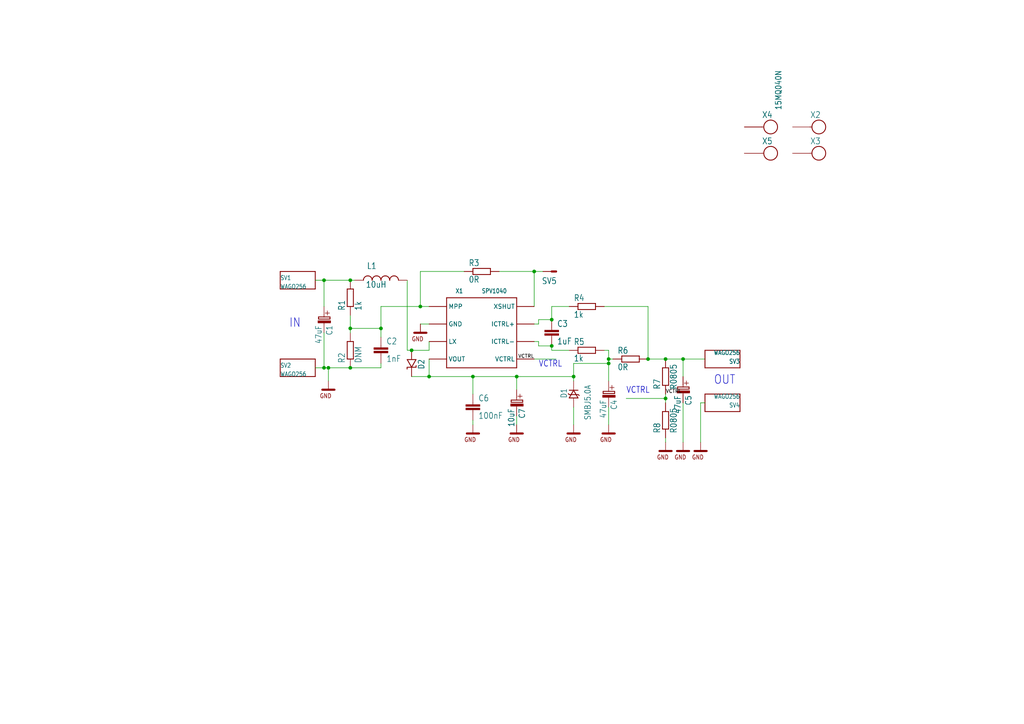
<source format=kicad_sch>
(kicad_sch (version 20211123) (generator eeschema)
  (paper "A4")
  (lib_symbols
    (symbol "untitled-eagle-import:B"
      (property "Reference" "C" (at 1.5875 0.635 0))
      (property "Value" "B" (at 1.5875 -0.635 0))
      (symbol "B_1_0"
        (polyline (pts (xy -2.5473 0.9547) (xy -1.2753 0.9547)) (stroke (width 0.155)))
        (polyline (pts (xy -1.9112 1.5908) (xy -1.9112 0.3188)) (stroke (width 0.155)))
        (polyline (pts (xy -1.27 0) (xy -0.7938 0)) (stroke (width 0.152)))
        (polyline (pts (xy -0.7938 -1.5875) (xy -0.7938 0)) (stroke (width 0.254)))
        (polyline (pts (xy -0.7938 0) (xy -0.7938 1.7463)) (stroke (width 0.254)))
        (polyline (pts (xy -0.7938 1.7463) (xy -0.1588 1.7463)) (stroke (width 0.254)))
        (polyline (pts (xy -0.1588 -1.5875) (xy -0.7938 -1.5875)) (stroke (width 0.254)))
        (polyline (pts (xy -0.1588 1.7463) (xy -0.1588 -1.5875)) (stroke (width 0.254)))
        (polyline (pts (xy 0.7937 0) (xy 1.27 0)) (stroke (width 0.152)))
        (rectangle (start 0.3175 -1.7463) (end 0.9525 1.905) (fill (type outline)))
        (pin passive line (at -3.81 0 0) (length 2.54) (name "C_EL+") (number "+"))
        (pin passive line (at 3.81 0 180) (length 2.54) (name "C_EL-") (number "-"))
      )
    )
    (symbol "untitled-eagle-import:C"
      (property "Reference" "C" (at 1.5875 0.635 0))
      (property "Value" "C" (at 1.5875 -0.635 0))
      (symbol "C_1_0"
        (polyline (pts (xy -2.5473 0.9547) (xy -1.2753 0.9547)) (stroke (width 0.155)))
        (polyline (pts (xy -1.9112 1.5908) (xy -1.9112 0.3188)) (stroke (width 0.155)))
        (polyline (pts (xy -1.27 0) (xy -0.7938 0)) (stroke (width 0.152)))
        (polyline (pts (xy -0.7938 -1.5875) (xy -0.7938 0)) (stroke (width 0.254)))
        (polyline (pts (xy -0.7938 0) (xy -0.7938 1.7463)) (stroke (width 0.254)))
        (polyline (pts (xy -0.7938 1.7463) (xy -0.1588 1.7463)) (stroke (width 0.254)))
        (polyline (pts (xy -0.1588 -1.5875) (xy -0.7938 -1.5875)) (stroke (width 0.254)))
        (polyline (pts (xy -0.1588 1.7463) (xy -0.1588 -1.5875)) (stroke (width 0.254)))
        (polyline (pts (xy 0.7937 0) (xy 1.27 0)) (stroke (width 0.152)))
        (rectangle (start 0.3175 -1.7463) (end 0.9525 1.905) (fill (type outline)))
        (pin passive line (at -3.81 0 0) (length 2.54) (name "C_EL+") (number "+"))
        (pin passive line (at 3.81 0 180) (length 2.54) (name "C_EL-") (number "-"))
      )
    )
    (symbol "untitled-eagle-import:C0805"
      (property "Reference" "C" (at 1.524 2.921 0))
      (property "Value" "C0805" (at 1.524 -2.159 0))
      (symbol "C0805_1_0"
        (rectangle (start -2.032 0.508) (end 2.032 1.016) (fill (type outline)))
        (rectangle (start -2.032 1.524) (end 2.032 2.032) (fill (type outline)))
        (polyline (pts (xy 0 0) (xy 0 0.508)) (stroke (width 0.1524)))
        (polyline (pts (xy 0 2.54) (xy 0 2.032)) (stroke (width 0.1524)))
        (pin passive line (at 0 5.08 270) (length 2.54) (name "1") (number "1"))
        (pin passive line (at 0 -2.54 90) (length 2.54) (name "2") (number "2"))
      )
    )
    (symbol "untitled-eagle-import:D-SHOTKY-SMA"
      (property "Reference" "D" (at 0 1.905 0))
      (property "Value" "D-SHOTKY-SMA" (at -0.0001 -1.905 0))
      (symbol "D-SHOTKY-SMA_1_0"
        (polyline (pts (xy 0.1587 -1.27) (xy 0.1587 1.27)) (stroke (width 0.254)))
        (polyline (pts (xy 0.1587 1.27) (xy 2.3812 0)) (stroke (width 0.254)))
        (polyline (pts (xy 1.9 1.3) (xy 2.4 1.3)) (stroke (width 0.254)))
        (polyline (pts (xy 2.3812 0) (xy 0.1587 -1.27)) (stroke (width 0.254)))
        (polyline (pts (xy 2.3812 0) (xy 2.3812 -1.27)) (stroke (width 0.254)))
        (polyline (pts (xy 2.3812 1.27) (xy 2.3812 0)) (stroke (width 0.254)))
        (polyline (pts (xy 2.4 -1.3) (xy 2.9 -1.3)) (stroke (width 0.254)))
        (pin passive line (at -2.54 0 0) (length 2.54) (name "A") (number "A"))
        (pin passive line (at 5.08 0 180) (length 2.54) (name "K") (number "K"))
      )
    )
    (symbol "untitled-eagle-import:D-TRANSIL"
      (property "Reference" "D" (at -1.27 1.905 0))
      (property "Value" "D-TRANSIL" (at -1.2701 -1.905 0))
      (symbol "D-TRANSIL_1_0"
        (polyline (pts (xy -1.1113 -1.27) (xy -1.1113 1.27)) (stroke (width 0.254)))
        (polyline (pts (xy -1.1113 1.27) (xy 1.1112 0)) (stroke (width 0.254)))
        (polyline (pts (xy -0.1588 1.27) (xy -0.1588 -1.27)) (stroke (width 0.254)))
        (polyline (pts (xy -0.14 -1.3) (xy -0.4096 -1.6454)) (stroke (width 0.254)))
        (polyline (pts (xy 0.1346 1.5362) (xy -0.14 1.3)) (stroke (width 0.254)))
        (polyline (pts (xy 1.1112 0) (xy -1.1113 -1.27)) (stroke (width 0.254)))
        (polyline (pts (xy 1.1112 0) (xy 1.1112 -1.27)) (stroke (width 0.254)))
        (polyline (pts (xy 1.1112 1.27) (xy 1.1112 0)) (stroke (width 0.254)))
        (pin passive line (at -3.81 0 0) (length 2.54) (name "A") (number "A"))
        (pin passive line (at 3.81 0 180) (length 2.54) (name "K") (number "K"))
      )
    )
    (symbol "untitled-eagle-import:DE1205-10"
      (property "Reference" "L" (at -4.1275 3.175 0))
      (property "Value" "DE1205-10" (at -4.445 -2.2225 0))
      (symbol "DE1205-10_1_0"
        (arc (start -3.81 1.27) (mid -4.708 0.898) (end -5.08 0) (stroke (width 0.254)))
        (arc (start -2.54 0) (mid -2.912 0.898) (end -3.81 1.27) (stroke (width 0.254)))
        (arc (start -1.27 1.27) (mid -2.168 0.898) (end -2.54 0) (stroke (width 0.254)))
        (arc (start 0 0) (mid -0.372 0.898) (end -1.27 1.27) (stroke (width 0.254)))
        (arc (start 1.27 1.27) (mid 0.372 0.898) (end 0 0) (stroke (width 0.254)))
        (arc (start 2.54 0) (mid 2.168 0.898) (end 1.27 1.27) (stroke (width 0.254)))
        (arc (start 3.81 1.27) (mid 2.912 0.898) (end 2.54 0) (stroke (width 0.254)))
        (arc (start 5.08 0) (mid 4.708 0.898) (end 3.81 1.27) (stroke (width 0.254)))
        (pin passive line (at -7.62 0 0) (length 2.54) (name "1") (number "P$1"))
        (pin passive line (at 7.62 0 180) (length 2.54) (name "2") (number "P$2"))
      )
    )
    (symbol "untitled-eagle-import:GND" (power)
      (symbol "GND_1_0"
        (polyline (pts (xy -1.7463 -2.5401) (xy 1.7463 -2.5401)) (stroke (width 0.6096)))
        (text "GND" (at -2.54 -5.08 0) (effects (font (size 1.27 1.0795)) (justify left bottom)))
        (pin power_in line (at 0 0 270) (length 2.54) (name "GND") (number "1"))
      )
    )
    (symbol "untitled-eagle-import:MA01-1"
      (property "Reference" "SV" (at -4.064 1.778 0))
      (symbol "MA01-1_1_0"
        (polyline (pts (xy -3.81 0) (xy -2.54 0)) (stroke (width 0.6096)))
        (pin passive line (at 0 0 180) (length 2.54) (name "P$1") (number "1"))
      )
    )
    (symbol "untitled-eagle-import:R0805"
      (property "Reference" "R" (at -3.81 1.4986 0))
      (property "Value" "R0805" (at -3.81 -3.302 0))
      (symbol "R0805_1_0"
        (polyline (pts (xy -2.54 -0.889) (xy -2.54 0.889)) (stroke (width 0.254)))
        (polyline (pts (xy -2.54 -0.889) (xy 2.54 -0.889)) (stroke (width 0.254)))
        (polyline (pts (xy 2.54 -0.889) (xy 2.54 0.889)) (stroke (width 0.254)))
        (polyline (pts (xy 2.54 0.889) (xy -2.54 0.889)) (stroke (width 0.254)))
        (pin passive line (at -5.08 0 0) (length 2.54) (name "1") (number "1"))
        (pin passive line (at 5.08 0 180) (length 2.54) (name "2") (number "2"))
      )
    )
    (symbol "untitled-eagle-import:R1206"
      (property "Reference" "R" (at -3.81 1.4986 0))
      (property "Value" "R1206" (at -3.81 -3.302 0))
      (symbol "R1206_1_0"
        (polyline (pts (xy -2.54 -0.889) (xy -2.54 0.889)) (stroke (width 0.254)))
        (polyline (pts (xy -2.54 -0.889) (xy 2.54 -0.889)) (stroke (width 0.254)))
        (polyline (pts (xy 2.54 -0.889) (xy 2.54 0.889)) (stroke (width 0.254)))
        (polyline (pts (xy 2.54 0.889) (xy -2.54 0.889)) (stroke (width 0.254)))
        (pin passive line (at -5.08 0 0) (length 2.54) (name "1") (number "1"))
        (pin passive line (at 5.08 0 180) (length 2.54) (name "2") (number "2"))
      )
    )
    (symbol "untitled-eagle-import:SPV1040"
      (property "Reference" "X" (at -2.54 10.16 0))
      (property "Value" "SPV1040" (at -2.54 -15.24 0))
      (symbol "SPV1040_1_0"
        (polyline (pts (xy -5.08 -12.7) (xy 15.24 -12.7)) (stroke (width 0.254)))
        (polyline (pts (xy -5.08 7.62) (xy -5.08 -12.7)) (stroke (width 0.254)))
        (polyline (pts (xy 15.24 -12.7) (xy 15.24 7.62)) (stroke (width 0.254)))
        (polyline (pts (xy 15.24 7.62) (xy -5.08 7.62)) (stroke (width 0.254)))
        (pin bidirectional line (at -10.16 5.08 0) (length 5.08) (name "MPP") (number "1"))
        (pin bidirectional line (at -10.16 0 0) (length 5.08) (name "GND") (number "2"))
        (pin bidirectional line (at -10.16 -5.08 0) (length 5.08) (name "LX") (number "3"))
        (pin bidirectional line (at -10.16 -10.16 0) (length 5.08) (name "VOUT") (number "4"))
        (pin bidirectional line (at 20.32 -10.16 180) (length 5.08) (name "VCTRL") (number "5"))
        (pin bidirectional line (at 20.32 -5.08 180) (length 5.08) (name "ICTRL-") (number "6"))
        (pin bidirectional line (at 20.32 0 180) (length 5.08) (name "ICTRL+") (number "7"))
        (pin bidirectional line (at 20.32 5.08 180) (length 5.08) (name "XSHUT") (number "8"))
      )
    )
    (symbol "untitled-eagle-import:SROUB3M"
      (property "Reference" "X" (at -2.54 2.54 0))
      (symbol "SROUB3M_1_0"
        (polyline (pts (xy -2.54 0) (xy -2.032 0)) (stroke (width 0.1778)))
        (circle (center 0 0) (radius 2) (stroke (width 0.254)))
        (pin bidirectional line (at -7.62 0 0) (length 5.08) (name "P$1") (number "P$1"))
      )
    )
    (symbol "untitled-eagle-import:WAGO256"
      (property "Reference" "SV" (at -2.54 0 0))
      (property "Value" "WAGO256" (at -2.54 -2.54 0))
      (symbol "WAGO256_1_0"
        (polyline (pts (xy -2.54 -2.54) (xy 7.62 -2.54)) (stroke (width 0.254)))
        (polyline (pts (xy -2.54 2.54) (xy -2.54 -2.54)) (stroke (width 0.254)))
        (polyline (pts (xy 7.62 -2.54) (xy 7.62 2.54)) (stroke (width 0.254)))
        (polyline (pts (xy 7.62 2.54) (xy -2.54 2.54)) (stroke (width 0.254)))
        (pin passive line (at 7.62 0 0) (length 0) (name "P$1") (number "1"))
        (pin passive line (at 7.62 0 0) (length 0) (name "P$1") (number "A1"))
      )
    )
  )
  (junction (at 101.6 106.68))
  (junction (at 154.94 78.74))
  (junction (at 110.49 95.25))
  (junction (at 193.04 104.14))
  (junction (at 187.96 104.14))
  (junction (at 101.6 95.25))
  (junction (at 124.46 109.22))
  (junction (at 149.86 109.22))
  (junction (at 137.16 109.22))
  (junction (at 166.37 109.22))
  (junction (at 193.04 115.57))
  (junction (at 101.6 81.28))
  (junction (at 176.53 105.41))
  (junction (at 198.12 104.14))
  (junction (at 160.02 100.33))
  (junction (at 160.02 92.71))
  (junction (at 176.53 104.14))
  (junction (at 95.25 106.68))
  (junction (at 93.98 106.68))
  (junction (at 93.98 81.28))
  (junction (at 119.38 101.6))
  (junction (at 121.92 88.9))
  (wire (pts (xy 124.46 109.22) (xy 137.16 109.22)))
  (wire (pts (xy 124.46 88.9) (xy 121.92 88.9)))
  (wire (pts (xy 156.21 100.33) (xy 160.02 100.33)))
  (wire (pts (xy 156.21 99.06) (xy 156.21 100.33)))
  (wire (pts (xy 154.94 99.06) (xy 156.21 99.06)))
  (wire (pts (xy 124.46 93.98) (xy 121.92 93.98)))
  (wire (pts (xy 110.49 88.9) (xy 110.49 95.25)))
  (wire (pts (xy 95.25 106.68) (xy 101.6 106.68)))
  (wire (pts (xy 154.94 78.74) (xy 154.94 88.9)))
  (wire (pts (xy 121.92 88.9) (xy 121.92 78.74)))
  (wire (pts (xy 204.47 116.84) (xy 203.2 116.84)))
  (wire (pts (xy 187.96 104.14) (xy 193.04 104.14)))
  (wire (pts (xy 101.6 81.28) (xy 102.87 81.28)))
  (wire (pts (xy 119.38 109.22) (xy 124.46 109.22)))
  (wire (pts (xy 187.96 88.9) (xy 187.96 104.14)))
  (wire (pts (xy 175.26 101.6) (xy 176.53 101.6)))
  (wire (pts (xy 91.44 81.28) (xy 93.98 81.28)))
  (wire (pts (xy 93.98 88.9) (xy 93.98 81.28)))
  (wire (pts (xy 204.47 104.14) (xy 198.12 104.14)))
  (wire (pts (xy 110.49 97.79) (xy 110.49 95.25)))
  (wire (pts (xy 93.98 96.52) (xy 93.98 106.68)))
  (wire (pts (xy 176.53 104.14) (xy 177.8 104.14)))
  (wire (pts (xy 193.04 104.14) (xy 198.12 104.14)))
  (wire (pts (xy 175.26 88.9) (xy 187.96 88.9)))
  (wire (pts (xy 149.86 109.22) (xy 166.37 109.22)))
  (wire (pts (xy 193.04 114.3) (xy 193.04 115.57)))
  (wire (pts (xy 160.02 101.6) (xy 165.1 101.6)))
  (wire (pts (xy 101.6 106.68) (xy 110.49 106.68)))
  (wire (pts (xy 176.53 123.19) (xy 176.53 118.11)))
  (wire (pts (xy 160.02 100.33) (xy 160.02 101.6)))
  (wire (pts (xy 110.49 95.25) (xy 101.6 95.25)))
  (wire (pts (xy 193.04 115.57) (xy 181.61 115.57)))
  (wire (pts (xy 149.86 113.03) (xy 149.86 109.22)))
  (wire (pts (xy 119.38 101.6) (xy 124.46 101.6)))
  (wire (pts (xy 166.37 110.49) (xy 166.37 109.22)))
  (wire (pts (xy 198.12 104.14) (xy 198.12 109.22)))
  (wire (pts (xy 137.16 114.3) (xy 137.16 109.22)))
  (wire (pts (xy 154.94 104.14) (xy 161.29 104.14)))
  (wire (pts (xy 101.6 95.25) (xy 101.6 91.44)))
  (wire (pts (xy 118.11 101.6) (xy 119.38 101.6)))
  (wire (pts (xy 110.49 106.68) (xy 110.49 105.41)))
  (wire (pts (xy 124.46 101.6) (xy 124.46 99.06)))
  (wire (pts (xy 156.21 92.71) (xy 160.02 92.71)))
  (wire (pts (xy 144.78 78.74) (xy 154.94 78.74)))
  (wire (pts (xy 160.02 88.9) (xy 165.1 88.9)))
  (wire (pts (xy 93.98 106.68) (xy 95.25 106.68)))
  (wire (pts (xy 121.92 78.74) (xy 134.62 78.74)))
  (wire (pts (xy 193.04 115.57) (xy 193.04 116.84)))
  (wire (pts (xy 154.94 93.98) (xy 156.21 93.98)))
  (wire (pts (xy 118.11 101.6) (xy 118.11 81.28)))
  (wire (pts (xy 124.46 104.14) (xy 124.46 109.22)))
  (wire (pts (xy 166.37 105.41) (xy 176.53 105.41)))
  (wire (pts (xy 137.16 109.22) (xy 149.86 109.22)))
  (wire (pts (xy 101.6 96.52) (xy 101.6 95.25)))
  (wire (pts (xy 121.92 88.9) (xy 110.49 88.9)))
  (wire (pts (xy 176.53 110.49) (xy 176.53 105.41)))
  (wire (pts (xy 160.02 92.71) (xy 160.02 88.9)))
  (wire (pts (xy 176.53 105.41) (xy 176.53 104.14)))
  (wire (pts (xy 93.98 81.28) (xy 101.6 81.28)))
  (wire (pts (xy 203.2 116.84) (xy 203.2 128.27)))
  (wire (pts (xy 166.37 109.22) (xy 166.37 105.41)))
  (wire (pts (xy 176.53 104.14) (xy 176.53 101.6)))
  (wire (pts (xy 154.94 78.74) (xy 157.48 78.74)))
  (wire (pts (xy 95.25 110.49) (xy 95.25 106.68)))
  (wire (pts (xy 198.12 128.27) (xy 198.12 116.84)))
  (wire (pts (xy 137.16 123.19) (xy 137.16 121.92)))
  (wire (pts (xy 193.04 128.27) (xy 193.04 127)))
  (wire (pts (xy 91.44 106.68) (xy 93.98 106.68)))
  (wire (pts (xy 166.37 123.19) (xy 166.37 118.11)))
  (wire (pts (xy 156.21 93.98) (xy 156.21 92.71)))
  (wire (pts (xy 149.86 123.19) (xy 149.86 120.65)))
  (text "VCTRL" (at 181.61 114.3 180) (effects (font (size 1.778 1.5113)) (justify left bottom)))
  (text "OUT" (at 207.01 111.76 180) (effects (font (size 2.54 2.159)) (justify left bottom)))
  (text "VCTRL" (at 156.21 106.68 180) (effects (font (size 1.778 1.5113)) (justify left bottom)))
  (text "IN" (at 83.82 95.25 180) (effects (font (size 2.54 2.159)) (justify left bottom)))
  (label "VCTRL" (at 193.04 114.3 0) (effects (font (size 1.016 1.016))))
  (label "VCTRL" (at 154.94 104.14 180) (effects (font (size 1.016 1.016))))
  (symbol (lib_id "untitled-eagle-import:GND") (at 193.04 128.27 0) (unit 1)
    (property "Reference" "#GND5" (effects hide))
    (property "Value" "GND" (effects hide))
    (property "Footprint" "untitled:" (effects hide))
  )
  (symbol (lib_id "untitled-eagle-import:R0805") (at 101.6 86.36 90) (unit 1)
    (property "Reference" "R1" (at 100.1014 90.17 0) (effects (font (size 1.778 1.5113)) (justify left bottom)))
    (property "Value" "1k" (at 104.902 90.17 0) (effects (font (size 1.778 1.5113)) (justify left bottom)))
    (property "Footprint" "untitled:0805" (effects hide))
  )
  (symbol (lib_id "untitled-eagle-import:C0805") (at 137.16 119.38 0) (unit 1)
    (property "Reference" "C6" (at 138.684 116.459 0) (effects (font (size 1.778 1.5113)) (justify left bottom)))
    (property "Value" "100nF" (at 138.684 121.539 0) (effects (font (size 1.778 1.5113)) (justify left bottom)))
    (property "Footprint" "untitled:C0805" (effects hide))
  )
  (symbol (lib_id "untitled-eagle-import:R1206") (at 139.7 78.74 0) (unit 1)
    (property "Reference" "R3" (at 135.89 77.2414 0) (effects (font (size 1.778 1.5113)) (justify left bottom)))
    (property "Value" "0R" (at 135.89 82.042 0) (effects (font (size 1.778 1.5113)) (justify left bottom)))
    (property "Footprint" "untitled:1206" (effects hide))
  )
  (symbol (lib_id "untitled-eagle-import:GND") (at 95.25 110.49 0) (unit 1)
    (property "Reference" "#GND2" (effects hide))
    (property "Value" "GND" (effects hide))
    (property "Footprint" "untitled:" (effects hide))
  )
  (symbol (lib_id "untitled-eagle-import:GND") (at 121.92 93.98 0) (unit 1)
    (property "Reference" "#GND1" (effects hide))
    (property "Value" "GND" (effects hide))
    (property "Footprint" "untitled:" (effects hide))
  )
  (symbol (lib_id "untitled-eagle-import:C") (at 176.53 114.3 270) (unit 1)
    (property "Reference" "C4" (at 177.165 115.8875 0) (effects (font (size 1.6764 1.4249)) (justify left bottom)))
    (property "Value" "47uF" (at 175.895 115.8875 0) (effects (font (size 1.6764 1.4249)) (justify left top)))
    (property "Footprint" "untitled:C" (effects hide))
  )
  (symbol (lib_id "untitled-eagle-import:GND") (at 176.53 123.19 0) (unit 1)
    (property "Reference" "#GND4" (effects hide))
    (property "Value" "GND" (effects hide))
    (property "Footprint" "untitled:" (effects hide))
  )
  (symbol (lib_id "untitled-eagle-import:GND") (at 149.86 123.19 0) (unit 1)
    (property "Reference" "#GND10" (effects hide))
    (property "Value" "GND" (effects hide))
    (property "Footprint" "untitled:" (effects hide))
  )
  (symbol (lib_id "untitled-eagle-import:WAGO256") (at 212.09 104.14 180) (unit 1)
    (property "Reference" "SV3" (at 214.63 104.14 0) (effects (font (size 1.27 1.0795)) (justify left bottom)))
    (property "Value" "WAGO256" (at 214.63 101.6 0) (effects (font (size 1.27 1.0795)) (justify left bottom)))
    (property "Footprint" "untitled:WAGO256" (effects hide))
  )
  (symbol (lib_id "untitled-eagle-import:SROUB3M") (at 223.52 44.45 0) (unit 1)
    (property "Reference" "X5" (at 220.98 41.91 0) (effects (font (size 1.778 1.5113)) (justify left bottom)))
    (property "Value" "SROUB3M" (effects hide))
    (property "Footprint" "untitled:SROUB3M" (effects hide))
  )
  (symbol (lib_id "untitled-eagle-import:C0805") (at 110.49 102.87 0) (unit 1)
    (property "Reference" "C2" (at 112.014 99.949 0) (effects (font (size 1.778 1.5113)) (justify left bottom)))
    (property "Value" "1nF" (at 112.014 105.029 0) (effects (font (size 1.778 1.5113)) (justify left bottom)))
    (property "Footprint" "untitled:C0805" (effects hide))
  )
  (symbol (lib_id "untitled-eagle-import:R1206") (at 182.88 104.14 0) (unit 1)
    (property "Reference" "R6" (at 179.07 102.6414 0) (effects (font (size 1.778 1.5113)) (justify left bottom)))
    (property "Value" "0R" (at 179.07 107.442 0) (effects (font (size 1.778 1.5113)) (justify left bottom)))
    (property "Footprint" "untitled:1206" (effects hide))
  )
  (symbol (lib_id "untitled-eagle-import:GND") (at 166.37 123.19 0) (unit 1)
    (property "Reference" "#GND3" (effects hide))
    (property "Value" "GND" (effects hide))
    (property "Footprint" "untitled:" (effects hide))
  )
  (symbol (lib_id "untitled-eagle-import:WAGO256") (at 83.82 81.28 0) (unit 1)
    (property "Reference" "SV1" (at 81.28 81.28 0) (effects (font (size 1.27 1.0795)) (justify left bottom)))
    (property "Value" "WAGO256" (at 81.28 83.82 0) (effects (font (size 1.27 1.0795)) (justify left bottom)))
    (property "Footprint" "untitled:WAGO256" (effects hide))
  )
  (symbol (lib_id "untitled-eagle-import:GND") (at 137.16 123.19 0) (unit 1)
    (property "Reference" "#GND9" (effects hide))
    (property "Value" "GND" (effects hide))
    (property "Footprint" "untitled:" (effects hide))
  )
  (symbol (lib_id "untitled-eagle-import:SROUB3M") (at 223.52 36.83 0) (unit 1)
    (property "Reference" "X4" (at 220.98 34.29 0) (effects (font (size 1.778 1.5113)) (justify left bottom)))
    (property "Value" "SROUB3M" (effects hide))
    (property "Footprint" "untitled:SROUB3M" (effects hide))
  )
  (symbol (lib_id "untitled-eagle-import:R0805") (at 170.18 88.9 0) (unit 1)
    (property "Reference" "R4" (at 166.37 87.4014 0) (effects (font (size 1.778 1.5113)) (justify left bottom)))
    (property "Value" "1k" (at 166.37 92.202 0) (effects (font (size 1.778 1.5113)) (justify left bottom)))
    (property "Footprint" "untitled:0805" (effects hide))
  )
  (symbol (lib_id "untitled-eagle-import:B") (at 149.86 116.84 270) (unit 1)
    (property "Reference" "C7" (at 150.495 118.4275 0) (effects (font (size 1.6764 1.4249)) (justify left bottom)))
    (property "Value" "10uF" (at 149.225 118.4275 0) (effects (font (size 1.6764 1.4249)) (justify left top)))
    (property "Footprint" "untitled:B" (effects hide))
  )
  (symbol (lib_id "untitled-eagle-import:GND") (at 198.12 128.27 0) (unit 1)
    (property "Reference" "#GND6" (effects hide))
    (property "Value" "GND" (effects hide))
    (property "Footprint" "untitled:" (effects hide))
  )
  (symbol (lib_id "untitled-eagle-import:R0805") (at 193.04 121.92 90) (unit 1)
    (property "Reference" "R8" (at 191.5414 125.73 0) (effects (font (size 1.778 1.5113)) (justify left bottom)))
    (property "Value" "R0805" (at 196.342 125.73 0) (effects (font (size 1.778 1.5113)) (justify left bottom)))
    (property "Footprint" "untitled:0805" (effects hide))
  )
  (symbol (lib_id "untitled-eagle-import:GND") (at 203.2 128.27 0) (unit 1)
    (property "Reference" "#GND7" (effects hide))
    (property "Value" "GND" (effects hide))
    (property "Footprint" "untitled:" (effects hide))
  )
  (symbol (lib_id "untitled-eagle-import:WAGO256") (at 83.82 106.68 0) (unit 1)
    (property "Reference" "SV2" (at 81.28 106.68 0) (effects (font (size 1.27 1.0795)) (justify left bottom)))
    (property "Value" "WAGO256" (at 81.28 109.22 0) (effects (font (size 1.27 1.0795)) (justify left bottom)))
    (property "Footprint" "untitled:WAGO256" (effects hide))
  )
  (symbol (lib_id "untitled-eagle-import:SROUB3M") (at 237.49 44.45 0) (unit 1)
    (property "Reference" "X3" (at 234.95 41.91 0) (effects (font (size 1.778 1.5113)) (justify left bottom)))
    (property "Value" "SROUB3M" (effects hide))
    (property "Footprint" "untitled:SROUB3M" (effects hide))
  )
  (symbol (lib_id "untitled-eagle-import:D-SHOTKY-SMA") (at 119.38 104.14 270) (unit 1)
    (property "Reference" "D2" (at 121.285 104.14 0) (effects (font (size 1.6764 1.4249)) (justify left bottom)))
    (property "Value" "15MQ040N" (at 226.695 20.3199 0) (effects (font (size 1.6764 1.4249)) (justify left top)))
    (property "Footprint" "untitled:SMA" (effects hide))
  )
  (symbol (lib_id "untitled-eagle-import:D-TRANSIL") (at 166.37 114.3 90) (unit 1)
    (property "Reference" "D1" (at 164.465 115.57 0) (effects (font (size 1.6764 1.4249)) (justify left bottom)))
    (property "Value" "SMBJ5.0A" (at 169.545 121.9201 0) (effects (font (size 1.6764 1.4249)) (justify left top)))
    (property "Footprint" "untitled:SMB" (effects hide))
  )
  (symbol (lib_id "untitled-eagle-import:C") (at 93.98 92.71 270) (unit 1)
    (property "Reference" "C1" (at 94.615 94.2975 0) (effects (font (size 1.6764 1.4249)) (justify left bottom)))
    (property "Value" "47uF" (at 93.345 94.2975 0) (effects (font (size 1.6764 1.4249)) (justify left top)))
    (property "Footprint" "untitled:C" (effects hide))
  )
  (symbol (lib_id "untitled-eagle-import:DE1205-10") (at 110.49 81.28 0) (unit 1)
    (property "Reference" "L1" (at 106.3625 78.105 0) (effects (font (size 1.778 1.5113)) (justify left bottom)))
    (property "Value" "10uH" (at 106.045 83.5025 0) (effects (font (size 1.778 1.5113)) (justify left bottom)))
    (property "Footprint" "untitled:DE1205-10" (effects hide))
  )
  (symbol (lib_id "untitled-eagle-import:SROUB3M") (at 237.49 36.83 0) (unit 1)
    (property "Reference" "X2" (at 234.95 34.29 0) (effects (font (size 1.778 1.5113)) (justify left bottom)))
    (property "Value" "SROUB3M" (effects hide))
    (property "Footprint" "untitled:SROUB3M" (effects hide))
  )
  (symbol (lib_id "untitled-eagle-import:C") (at 198.12 113.03 270) (unit 1)
    (property "Reference" "C5" (at 198.755 114.6175 0) (effects (font (size 1.6764 1.4249)) (justify left bottom)))
    (property "Value" "47uF" (at 197.485 114.6175 0) (effects (font (size 1.6764 1.4249)) (justify left top)))
    (property "Footprint" "untitled:C" (effects hide))
  )
  (symbol (lib_id "untitled-eagle-import:R0805") (at 193.04 109.22 90) (unit 1)
    (property "Reference" "R7" (at 191.5414 113.03 0) (effects (font (size 1.778 1.5113)) (justify left bottom)))
    (property "Value" "R0805" (at 196.342 113.03 0) (effects (font (size 1.778 1.5113)) (justify left bottom)))
    (property "Footprint" "untitled:0805" (effects hide))
  )
  (symbol (lib_id "untitled-eagle-import:MA01-1") (at 157.48 78.74 180) (unit 1)
    (property "Reference" "SV5" (at 161.544 80.518 0) (effects (font (size 1.778 1.5113)) (justify left bottom)))
    (property "Value" "MA01-1" (effects hide))
    (property "Footprint" "untitled:MA01-1" (effects hide))
  )
  (symbol (lib_id "untitled-eagle-import:C0805") (at 160.02 97.79 0) (unit 1)
    (property "Reference" "C3" (at 161.544 94.869 0) (effects (font (size 1.778 1.5113)) (justify left bottom)))
    (property "Value" "1uF" (at 161.544 99.949 0) (effects (font (size 1.778 1.5113)) (justify left bottom)))
    (property "Footprint" "untitled:C0805" (effects hide))
  )
  (symbol (lib_id "untitled-eagle-import:R0805") (at 101.6 101.6 90) (unit 1)
    (property "Reference" "R2" (at 100.1014 105.41 0) (effects (font (size 1.778 1.5113)) (justify left bottom)))
    (property "Value" "DNM" (at 104.902 105.41 0) (effects (font (size 1.778 1.5113)) (justify left bottom)))
    (property "Footprint" "untitled:0805" (effects hide))
  )
  (symbol (lib_id "untitled-eagle-import:R0805") (at 170.18 101.6 0) (unit 1)
    (property "Reference" "R5" (at 166.37 100.1014 0) (effects (font (size 1.778 1.5113)) (justify left bottom)))
    (property "Value" "1k" (at 166.37 104.902 0) (effects (font (size 1.778 1.5113)) (justify left bottom)))
    (property "Footprint" "untitled:0805" (effects hide))
  )
  (symbol (lib_id "untitled-eagle-import:WAGO256") (at 212.09 116.84 180) (unit 1)
    (property "Reference" "SV4" (at 214.63 116.84 0) (effects (font (size 1.27 1.0795)) (justify left bottom)))
    (property "Value" "WAGO256" (at 214.63 114.3 0) (effects (font (size 1.27 1.0795)) (justify left bottom)))
    (property "Footprint" "untitled:WAGO256" (effects hide))
  )
  (symbol (lib_id "untitled-eagle-import:SPV1040") (at 134.62 93.98 0) (unit 1)
    (property "Reference" "X1" (at 132.08 85.09 0) (effects (font (size 1.27 1.0795)) (justify left bottom)))
    (property "Value" "SPV1040" (at 139.7 85.09 0) (effects (font (size 1.27 1.0795)) (justify left bottom)))
    (property "Footprint" "untitled:TSSOP8" (effects hide))
  )
)
</source>
